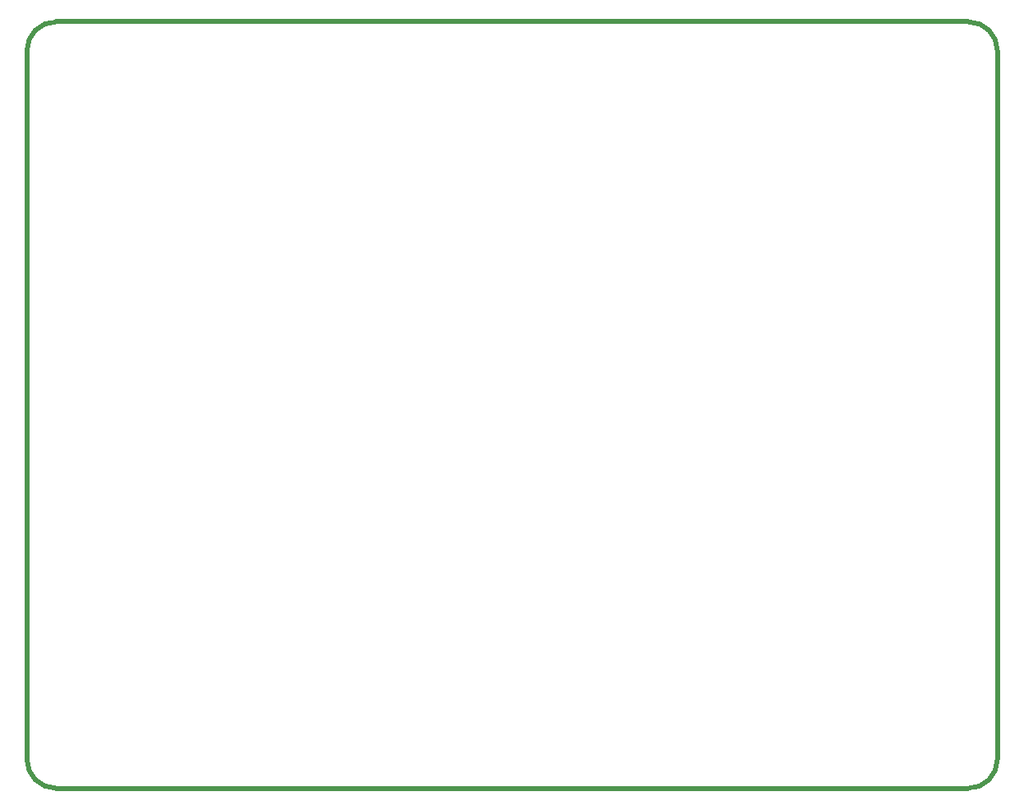
<source format=gm1>
G04 #@! TF.GenerationSoftware,KiCad,Pcbnew,7.0.2*
G04 #@! TF.CreationDate,2023-06-21T14:39:40-07:00*
G04 #@! TF.ProjectId,ESP32_Interface,45535033-325f-4496-9e74-657266616365,1*
G04 #@! TF.SameCoordinates,Original*
G04 #@! TF.FileFunction,Profile,NP*
%FSLAX46Y46*%
G04 Gerber Fmt 4.6, Leading zero omitted, Abs format (unit mm)*
G04 Created by KiCad (PCBNEW 7.0.2) date 2023-06-21 14:39:40*
%MOMM*%
%LPD*%
G01*
G04 APERTURE LIST*
G04 #@! TA.AperFunction,Profile*
%ADD10C,0.500000*%
G04 #@! TD*
G04 APERTURE END LIST*
D10*
X85000000Y-131000000D02*
X85000000Y-58000000D01*
X182000000Y-134000000D02*
G75*
G03*
X185000000Y-131000000I0J3000000D01*
G01*
X85000000Y-131000000D02*
G75*
G03*
X88000000Y-134000000I3000000J0D01*
G01*
X182000000Y-134000000D02*
X88000000Y-134000000D01*
X88000000Y-55000000D02*
X182000000Y-55000000D01*
X88000000Y-55000000D02*
G75*
G03*
X85000000Y-58000000I0J-3000000D01*
G01*
X185000000Y-58000000D02*
G75*
G03*
X182000000Y-55000000I-3000000J0D01*
G01*
X185000000Y-58000000D02*
X185000000Y-131000000D01*
M02*

</source>
